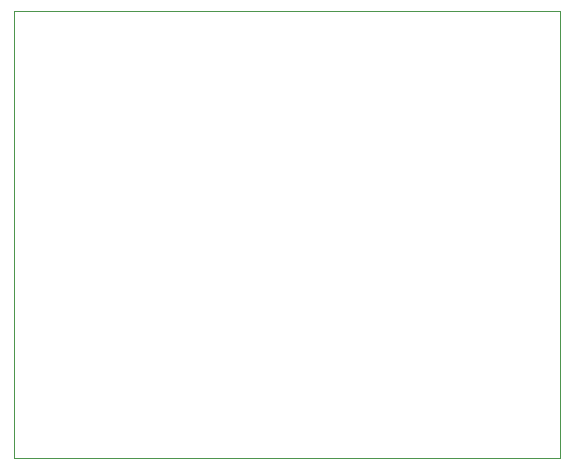
<source format=gbr>
%TF.GenerationSoftware,KiCad,Pcbnew,8.0.8*%
%TF.CreationDate,2025-06-30T12:26:25+05:30*%
%TF.ProjectId,ATtiny85,41547469-6e79-4383-952e-6b696361645f,rev?*%
%TF.SameCoordinates,Original*%
%TF.FileFunction,Profile,NP*%
%FSLAX46Y46*%
G04 Gerber Fmt 4.6, Leading zero omitted, Abs format (unit mm)*
G04 Created by KiCad (PCBNEW 8.0.8) date 2025-06-30 12:26:25*
%MOMM*%
%LPD*%
G01*
G04 APERTURE LIST*
%TA.AperFunction,Profile*%
%ADD10C,0.050000*%
%TD*%
G04 APERTURE END LIST*
D10*
X106600000Y-58800000D02*
X152800000Y-58800000D01*
X152800000Y-96600000D01*
X106600000Y-96600000D01*
X106600000Y-58800000D01*
M02*

</source>
